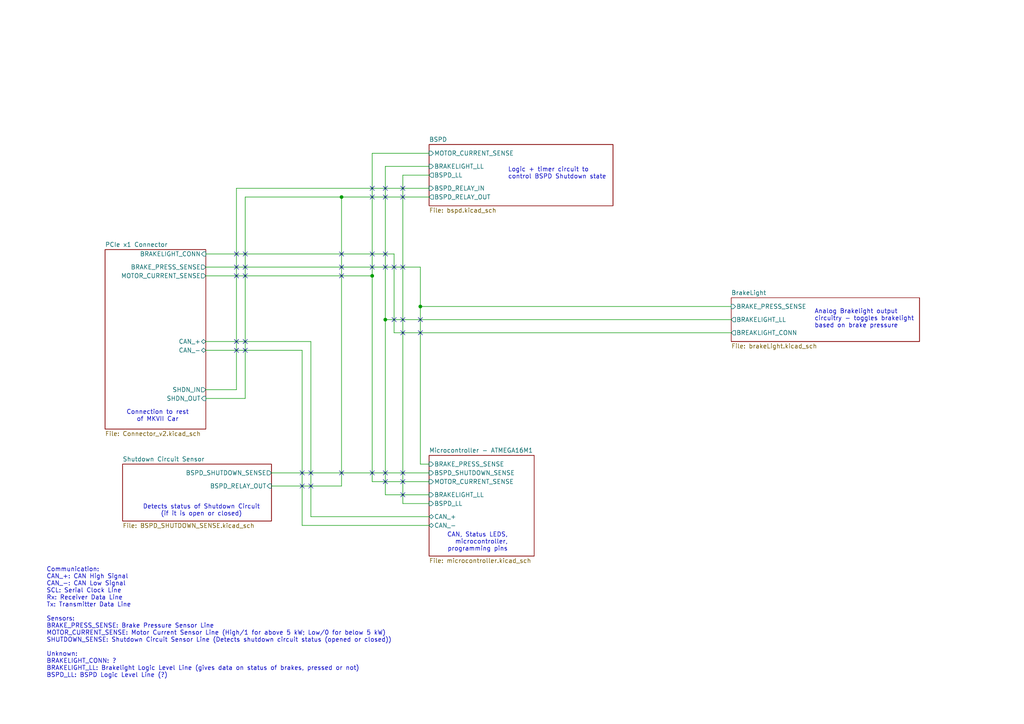
<source format=kicad_sch>
(kicad_sch
	(version 20231120)
	(generator "eeschema")
	(generator_version "8.0")
	(uuid "10f522c8-3a01-4239-b7df-a730ca32b367")
	(paper "A4")
	(title_block
		(title "BSPD - Top Level View")
		(date "2024-10-23")
		(rev "2")
		(company "Olin Electric Motorsports")
		(comment 1 "Rev. by Henry Tejada Deras")
		(comment 2 "By Ian Walsh")
	)
	(lib_symbols)
	(junction
		(at 111.76 92.71)
		(diameter 0)
		(color 0 0 0 0)
		(uuid "0436f206-1899-464c-9fce-4c418749fa5a")
	)
	(junction
		(at 99.06 57.15)
		(diameter 0)
		(color 0 0 0 0)
		(uuid "2c57b3fc-f659-4349-b8a0-ad8b269accb0")
	)
	(junction
		(at 107.95 80.01)
		(diameter 0)
		(color 0 0 0 0)
		(uuid "e85115c1-dc6e-4058-a00e-6c1c953f8fbc")
	)
	(junction
		(at 121.92 88.9)
		(diameter 0)
		(color 0 0 0 0)
		(uuid "ee969d06-4717-49da-b7fb-8bbc84ffa8ba")
	)
	(no_connect
		(at 99.06 137.16)
		(uuid "089212c1-b059-44bc-8dd5-3fe8a0472b88")
	)
	(no_connect
		(at 116.84 77.47)
		(uuid "0993d438-c06f-4286-8f7d-c2558b6fb330")
	)
	(no_connect
		(at 90.17 140.97)
		(uuid "3336dac7-9e20-44da-893c-66cfcf55f1d5")
	)
	(no_connect
		(at 111.76 54.61)
		(uuid "40421710-4632-4666-aeb5-f895c108d841")
	)
	(no_connect
		(at 68.58 80.01)
		(uuid "41a7d39b-88cd-4a48-a47d-4d80ba20eaae")
	)
	(no_connect
		(at 111.76 139.7)
		(uuid "43ae2cd9-8ebf-4ebc-adeb-4a919b560b2d")
	)
	(no_connect
		(at 71.12 99.06)
		(uuid "45d195c6-4f5e-44bb-ad5f-7bdb7cf7383a")
	)
	(no_connect
		(at 99.06 73.66)
		(uuid "4d9db94a-a120-4e2d-96ce-d057981697a2")
	)
	(no_connect
		(at 116.84 137.16)
		(uuid "4fd11d3d-915e-4c8b-a9c3-bea9a4a096e1")
	)
	(no_connect
		(at 68.58 101.6)
		(uuid "5092527d-c4d4-49a6-b900-9a53f793df72")
	)
	(no_connect
		(at 107.95 57.15)
		(uuid "511ca9cf-265d-47a7-9148-b309b98ee65a")
	)
	(no_connect
		(at 90.17 137.16)
		(uuid "535a613b-c1c5-41d3-9892-33b3b4c06b01")
	)
	(no_connect
		(at 116.84 92.71)
		(uuid "5c34b72c-9396-42cf-a958-a9cad025aae9")
	)
	(no_connect
		(at 107.95 137.16)
		(uuid "5daf4f02-884b-401b-96ca-9d58935799f5")
	)
	(no_connect
		(at 71.12 77.47)
		(uuid "68c5e68a-1161-4971-b41d-ff594fbb2355")
	)
	(no_connect
		(at 116.84 139.7)
		(uuid "6a355314-a35c-462e-bc8e-ba853af461aa")
	)
	(no_connect
		(at 111.76 77.47)
		(uuid "6d74f074-8ea5-4374-8b47-830327ff0dd9")
	)
	(no_connect
		(at 116.84 143.51)
		(uuid "763dbe67-3c79-4f1f-968e-8b6c53d9ddeb")
	)
	(no_connect
		(at 71.12 80.01)
		(uuid "7647dcd6-93ee-4458-9b39-8e85a2e120c5")
	)
	(no_connect
		(at 71.12 73.66)
		(uuid "79fac3bb-bb2b-4596-b0ba-8b8a08149a34")
	)
	(no_connect
		(at 116.84 96.52)
		(uuid "7c17b077-caa3-411c-8f20-62a278582c9a")
	)
	(no_connect
		(at 116.84 54.61)
		(uuid "7c2ff380-c30d-4e83-a3fd-4644ee61d1b0")
	)
	(no_connect
		(at 68.58 73.66)
		(uuid "8668aadc-ad26-4aec-a380-57dde6519f64")
	)
	(no_connect
		(at 71.12 101.6)
		(uuid "92bcd61f-52ac-4e8e-ae4b-0ede0b481cce")
	)
	(no_connect
		(at 121.92 92.71)
		(uuid "a026fa9a-4d35-4a7d-ba82-71f5adce96f6")
	)
	(no_connect
		(at 68.58 77.47)
		(uuid "a187f36e-52b7-4aff-b899-0d17c28cb715")
	)
	(no_connect
		(at 68.58 99.06)
		(uuid "a8421015-6503-48df-9780-3ddf8bbcb2a9")
	)
	(no_connect
		(at 111.76 73.66)
		(uuid "a9611d84-642f-4d91-a025-3edc745fb54f")
	)
	(no_connect
		(at 87.63 140.97)
		(uuid "ac451b9c-b750-491d-bf8f-36e0ac9a5064")
	)
	(no_connect
		(at 111.76 137.16)
		(uuid "ba882f8f-a150-4481-8f47-4bc6bd21f226")
	)
	(no_connect
		(at 111.76 57.15)
		(uuid "bbec6254-291a-407b-9cd0-6439c3a276f5")
	)
	(no_connect
		(at 107.95 77.47)
		(uuid "bf2f1fa4-bda6-48c3-9ebc-87abe7fe173a")
	)
	(no_connect
		(at 99.06 77.47)
		(uuid "c362cd26-a41d-4d90-8762-1295063371a1")
	)
	(no_connect
		(at 116.84 57.15)
		(uuid "d8fd2b31-8a43-493f-8f61-b95c714341d2")
	)
	(no_connect
		(at 107.95 54.61)
		(uuid "dba05b2e-e4cc-4af9-8c2f-068a8f33d3e3")
	)
	(no_connect
		(at 99.06 80.01)
		(uuid "e1013856-4832-4cc2-ae09-94c17ef103ec")
	)
	(no_connect
		(at 114.3 92.71)
		(uuid "e401ef8d-2961-4cc6-beea-a266e923cbc6")
	)
	(no_connect
		(at 114.3 77.47)
		(uuid "e8a7cf35-6610-4f4a-b792-4bade3b663b1")
	)
	(no_connect
		(at 107.95 73.66)
		(uuid "f20d64f3-fb11-454b-b901-ef96b12eb0da")
	)
	(no_connect
		(at 87.63 137.16)
		(uuid "f3fb0687-930e-438d-8312-773cff415a42")
	)
	(no_connect
		(at 121.92 96.52)
		(uuid "f9ce6c3e-7680-4022-8f55-99de3ae46096")
	)
	(wire
		(pts
			(xy 124.46 50.8) (xy 116.84 50.8)
		)
		(stroke
			(width 0)
			(type default)
		)
		(uuid "112c0252-45ff-4110-8051-8868660d283a")
	)
	(wire
		(pts
			(xy 59.69 73.66) (xy 114.3 73.66)
		)
		(stroke
			(width 0)
			(type default)
		)
		(uuid "16db8eca-d3df-4674-8e83-b10b12a3beed")
	)
	(wire
		(pts
			(xy 59.69 113.03) (xy 68.58 113.03)
		)
		(stroke
			(width 0)
			(type default)
		)
		(uuid "24293dcf-7248-4fea-9bf8-395e1a254324")
	)
	(wire
		(pts
			(xy 99.06 57.15) (xy 99.06 140.97)
		)
		(stroke
			(width 0)
			(type default)
		)
		(uuid "26930ff2-1dae-4471-ad97-23577c80cba7")
	)
	(wire
		(pts
			(xy 124.46 152.4) (xy 87.63 152.4)
		)
		(stroke
			(width 0)
			(type default)
		)
		(uuid "283784d7-4948-4a8f-82a3-6ae79ed89fb9")
	)
	(wire
		(pts
			(xy 59.69 99.06) (xy 90.17 99.06)
		)
		(stroke
			(width 0)
			(type default)
		)
		(uuid "30fb170d-7fa2-42cb-be77-79622d6a747e")
	)
	(wire
		(pts
			(xy 71.12 57.15) (xy 99.06 57.15)
		)
		(stroke
			(width 0)
			(type default)
		)
		(uuid "32b56915-9770-4b11-b400-e9b2e44474dc")
	)
	(wire
		(pts
			(xy 121.92 134.62) (xy 121.92 88.9)
		)
		(stroke
			(width 0)
			(type default)
		)
		(uuid "3830f15b-086a-4d55-9aa5-765d7c2aa795")
	)
	(wire
		(pts
			(xy 107.95 139.7) (xy 107.95 80.01)
		)
		(stroke
			(width 0)
			(type default)
		)
		(uuid "54457ec7-62f0-41b8-8d7c-7767ca2f1e85")
	)
	(wire
		(pts
			(xy 68.58 113.03) (xy 68.58 54.61)
		)
		(stroke
			(width 0)
			(type default)
		)
		(uuid "5863f150-c774-4803-a7a9-19ca37a25604")
	)
	(wire
		(pts
			(xy 111.76 143.51) (xy 111.76 92.71)
		)
		(stroke
			(width 0)
			(type default)
		)
		(uuid "5ce83bd3-fd10-4adf-887e-14b6d498273c")
	)
	(wire
		(pts
			(xy 107.95 44.45) (xy 124.46 44.45)
		)
		(stroke
			(width 0)
			(type default)
		)
		(uuid "5d3908ae-a566-4bf5-81b6-e09f896f2271")
	)
	(wire
		(pts
			(xy 114.3 73.66) (xy 114.3 96.52)
		)
		(stroke
			(width 0)
			(type default)
		)
		(uuid "5e7573d4-fc43-4e6f-b064-b396a6b01f01")
	)
	(wire
		(pts
			(xy 99.06 57.15) (xy 124.46 57.15)
		)
		(stroke
			(width 0)
			(type default)
		)
		(uuid "5f457139-8d0f-4001-b636-1816d1db4b49")
	)
	(wire
		(pts
			(xy 59.69 101.6) (xy 87.63 101.6)
		)
		(stroke
			(width 0)
			(type default)
		)
		(uuid "6417a17f-4c64-401a-b1da-ddd53a737fb3")
	)
	(wire
		(pts
			(xy 114.3 96.52) (xy 212.09 96.52)
		)
		(stroke
			(width 0)
			(type default)
		)
		(uuid "7c2ef978-0566-4eb0-851f-9d3f1e708838")
	)
	(wire
		(pts
			(xy 78.74 137.16) (xy 124.46 137.16)
		)
		(stroke
			(width 0)
			(type default)
		)
		(uuid "8d53954d-269f-48f2-8572-5ceecbd9bf0a")
	)
	(wire
		(pts
			(xy 124.46 134.62) (xy 121.92 134.62)
		)
		(stroke
			(width 0)
			(type default)
		)
		(uuid "9900543c-752a-490a-8668-f6dc7b59a346")
	)
	(wire
		(pts
			(xy 116.84 146.05) (xy 124.46 146.05)
		)
		(stroke
			(width 0)
			(type default)
		)
		(uuid "99eb5d82-4a41-42aa-8821-a0dd8bc72352")
	)
	(wire
		(pts
			(xy 124.46 139.7) (xy 107.95 139.7)
		)
		(stroke
			(width 0)
			(type default)
		)
		(uuid "9c57a063-3206-4c9a-a630-d6c2d5315b43")
	)
	(wire
		(pts
			(xy 78.74 140.97) (xy 99.06 140.97)
		)
		(stroke
			(width 0)
			(type default)
		)
		(uuid "a6061173-ce50-4666-bf2f-6abe0a6ddb56")
	)
	(wire
		(pts
			(xy 59.69 115.57) (xy 71.12 115.57)
		)
		(stroke
			(width 0)
			(type default)
		)
		(uuid "af49d981-f006-4543-98a9-3e58e12b9979")
	)
	(wire
		(pts
			(xy 111.76 48.26) (xy 124.46 48.26)
		)
		(stroke
			(width 0)
			(type default)
		)
		(uuid "b9a3db2c-12ce-401b-bc30-7403c129745f")
	)
	(wire
		(pts
			(xy 87.63 152.4) (xy 87.63 101.6)
		)
		(stroke
			(width 0)
			(type default)
		)
		(uuid "c02011ca-7892-4400-9c4c-a82026fdbb2d")
	)
	(wire
		(pts
			(xy 90.17 149.86) (xy 124.46 149.86)
		)
		(stroke
			(width 0)
			(type default)
		)
		(uuid "c7e67978-0cea-4364-af91-b6d01332e86f")
	)
	(wire
		(pts
			(xy 116.84 50.8) (xy 116.84 146.05)
		)
		(stroke
			(width 0)
			(type default)
		)
		(uuid "cd14493a-c473-49a8-8f62-f1d2efa51078")
	)
	(wire
		(pts
			(xy 68.58 54.61) (xy 124.46 54.61)
		)
		(stroke
			(width 0)
			(type default)
		)
		(uuid "d3e44db9-4918-47fa-9e0e-dac5745849fc")
	)
	(wire
		(pts
			(xy 90.17 99.06) (xy 90.17 149.86)
		)
		(stroke
			(width 0)
			(type default)
		)
		(uuid "ded6973f-8dc2-4884-a91c-8d35b58e30b9")
	)
	(wire
		(pts
			(xy 107.95 44.45) (xy 107.95 80.01)
		)
		(stroke
			(width 0)
			(type default)
		)
		(uuid "dfcfaf5a-6b45-4426-9c24-7faa2fe3cafb")
	)
	(wire
		(pts
			(xy 111.76 92.71) (xy 111.76 48.26)
		)
		(stroke
			(width 0)
			(type default)
		)
		(uuid "e7e589fd-ae8b-45d8-a352-99c1537343f8")
	)
	(wire
		(pts
			(xy 121.92 88.9) (xy 212.09 88.9)
		)
		(stroke
			(width 0)
			(type default)
		)
		(uuid "e7ee5172-b85d-4b98-8a57-f3422bd11441")
	)
	(wire
		(pts
			(xy 59.69 77.47) (xy 121.92 77.47)
		)
		(stroke
			(width 0)
			(type default)
		)
		(uuid "ea587fcb-b2b0-410e-8059-ce9602cb2596")
	)
	(wire
		(pts
			(xy 121.92 77.47) (xy 121.92 88.9)
		)
		(stroke
			(width 0)
			(type default)
		)
		(uuid "f1cb34ea-2dd3-43b9-a5a8-e59d6fe919ff")
	)
	(wire
		(pts
			(xy 59.69 80.01) (xy 107.95 80.01)
		)
		(stroke
			(width 0)
			(type default)
		)
		(uuid "f441321a-1b20-4380-b14d-d913eb021223")
	)
	(wire
		(pts
			(xy 111.76 92.71) (xy 212.09 92.71)
		)
		(stroke
			(width 0)
			(type default)
		)
		(uuid "f51e063f-5f9c-4050-b8d2-e433f8729a7d")
	)
	(wire
		(pts
			(xy 124.46 143.51) (xy 111.76 143.51)
		)
		(stroke
			(width 0)
			(type default)
		)
		(uuid "f59efd31-902e-4dea-9bc9-4fcc9a517ae9")
	)
	(wire
		(pts
			(xy 71.12 115.57) (xy 71.12 57.15)
		)
		(stroke
			(width 0)
			(type default)
		)
		(uuid "fe1c84e1-0e4d-413b-9415-35fa26d71420")
	)
	(text "Communication:\nCAN_+: CAN High Signal\nCAN_-: CAN Low Signal\nSCL: Serial Clock Line	\nRx: Receiver Data Line\nTx: Transmitter Data Line\n\nSensors:\nBRAKE_PRESS_SENSE: Brake Pressure Sensor Line\nMOTOR_CURRENT_SENSE: Motor Current Sensor Line (High/1 for above 5 kW; Low/0 for below 5 kW)\nSHUTDOWN_SENSE: Shutdown Circuit Sensor Line (Detects shutdown circuit status (opened or closed))\n\nUnknown:\nBRAKELIGHT_CONN: ?\nBRAKELIGHT_LL: Brakelight Logic Level Line (gives data on status of brakes, pressed or not)\nBSPD_LL: BSPD Logic Level Line (?)"
		(exclude_from_sim no)
		(at 13.462 180.594 0)
		(effects
			(font
				(size 1.27 1.27)
			)
			(justify left)
		)
		(uuid "4012ac0c-b24e-43ef-b8a2-1d870cf527ea")
	)
	(text "Logic + timer circuit to\ncontrol BSPD Shutdown state"
		(exclude_from_sim no)
		(at 147.32 52.07 0)
		(effects
			(font
				(size 1.27 1.27)
			)
			(justify left bottom)
		)
		(uuid "531daa7d-8c35-4ce2-b848-a2018d7efd5b")
	)
	(text "Analog Brakelight output\ncircuitry - toggles brakelight\nbased on brake pressure"
		(exclude_from_sim no)
		(at 236.22 95.25 0)
		(effects
			(font
				(size 1.27 1.27)
			)
			(justify left bottom)
		)
		(uuid "5f47dac9-57ee-4f09-b956-03f248610671")
	)
	(text "Detects status of Shutdown Circuit\n(if it is open or closed)"
		(exclude_from_sim no)
		(at 58.42 148.082 0)
		(effects
			(font
				(size 1.27 1.27)
			)
		)
		(uuid "83417e49-e282-4f84-a10e-29e990362459")
	)
	(text "Connection to rest\nof MKVII Car"
		(exclude_from_sim no)
		(at 45.72 120.65 0)
		(effects
			(font
				(size 1.27 1.27)
			)
		)
		(uuid "835507f6-7194-4415-b6fe-ff7ae6103f9f")
	)
	(text "CAN, Status LEDS,\nmicrocontroller,\nprogramming pins"
		(exclude_from_sim no)
		(at 147.32 160.02 0)
		(effects
			(font
				(size 1.27 1.27)
			)
			(justify right bottom)
		)
		(uuid "c9aa6468-1140-44ad-bc28-026683e161fe")
	)
	(sheet
		(at 124.46 132.08)
		(size 30.48 29.21)
		(fields_autoplaced yes)
		(stroke
			(width 0.1524)
			(type solid)
		)
		(fill
			(color 0 0 0 0.0000)
		)
		(uuid "063f9baa-9e7f-4e30-8189-9b7cdc546808")
		(property "Sheetname" "Microcontroller - ATMEGA16M1"
			(at 124.46 131.3684 0)
			(effects
				(font
					(size 1.27 1.27)
				)
				(justify left bottom)
			)
		)
		(property "Sheetfile" "microcontroller.kicad_sch"
			(at 124.46 161.8746 0)
			(effects
				(font
					(size 1.27 1.27)
				)
				(justify left top)
			)
		)
		(pin "BRAKE_PRESS_SENSE" input
			(at 124.46 134.62 180)
			(effects
				(font
					(size 1.27 1.27)
				)
				(justify left)
			)
			(uuid "89e10852-853f-4726-8454-f9c0c8eecbd7")
		)
		(pin "CAN_+" bidirectional
			(at 124.46 149.86 180)
			(effects
				(font
					(size 1.27 1.27)
				)
				(justify left)
			)
			(uuid "577c8a5c-065c-46aa-ad00-f89038ed0274")
		)
		(pin "CAN_-" bidirectional
			(at 124.46 152.4 180)
			(effects
				(font
					(size 1.27 1.27)
				)
				(justify left)
			)
			(uuid "804092cd-7ef0-4c7f-9c04-a7e49aa8da7d")
		)
		(pin "BRAKELIGHT_LL" input
			(at 124.46 143.51 180)
			(effects
				(font
					(size 1.27 1.27)
				)
				(justify left)
			)
			(uuid "0f94ab61-4326-4fac-9bcf-3250db1d2d30")
		)
		(pin "BSPD_LL" input
			(at 124.46 146.05 180)
			(effects
				(font
					(size 1.27 1.27)
				)
				(justify left)
			)
			(uuid "54cc83bd-1470-4841-8a1d-6f982282c5cb")
		)
		(pin "MOTOR_CURRENT_SENSE" input
			(at 124.46 139.7 180)
			(effects
				(font
					(size 1.27 1.27)
				)
				(justify left)
			)
			(uuid "0c09eb30-afbf-4b72-88f8-6f1f94ca42cb")
		)
		(pin "BSPD_SHUTDOWN_SENSE" input
			(at 124.46 137.16 180)
			(effects
				(font
					(size 1.27 1.27)
				)
				(justify left)
			)
			(uuid "68e876ba-d1bf-48ce-a5fb-419294eddfcd")
		)
		(instances
			(project "brakes"
				(path "/10f522c8-3a01-4239-b7df-a730ca32b367"
					(page "4")
				)
			)
		)
	)
	(sheet
		(at 212.09 86.36)
		(size 54.61 12.7)
		(fields_autoplaced yes)
		(stroke
			(width 0.1524)
			(type solid)
		)
		(fill
			(color 0 0 0 0.0000)
		)
		(uuid "339fb11c-fad1-47d9-b52d-da4ae2419b11")
		(property "Sheetname" "BrakeLight"
			(at 212.09 85.6484 0)
			(effects
				(font
					(size 1.27 1.27)
				)
				(justify left bottom)
			)
		)
		(property "Sheetfile" "brakeLight.kicad_sch"
			(at 212.09 99.6446 0)
			(effects
				(font
					(size 1.27 1.27)
				)
				(justify left top)
			)
		)
		(pin "BRAKELIGHT_LL" output
			(at 212.09 92.71 180)
			(effects
				(font
					(size 1.27 1.27)
				)
				(justify left)
			)
			(uuid "2090578c-5b05-4de9-88ba-f7bf37dd4496")
		)
		(pin "BREAKLIGHT_CONN" output
			(at 212.09 96.52 180)
			(effects
				(font
					(size 1.27 1.27)
				)
				(justify left)
			)
			(uuid "43b7e678-1126-4f82-8981-4b1de1d2472d")
		)
		(pin "BRAKE_PRESS_SENSE" input
			(at 212.09 88.9 180)
			(effects
				(font
					(size 1.27 1.27)
				)
				(justify left)
			)
			(uuid "99384850-b06e-489a-b7be-8601d9f19f89")
		)
		(instances
			(project "brakes"
				(path "/10f522c8-3a01-4239-b7df-a730ca32b367"
					(page "5")
				)
			)
		)
	)
	(sheet
		(at 30.48 72.39)
		(size 29.21 52.07)
		(fields_autoplaced yes)
		(stroke
			(width 0.1524)
			(type solid)
		)
		(fill
			(color 0 0 0 0.0000)
		)
		(uuid "875aabfb-3c91-4011-8240-4af05d59512e")
		(property "Sheetname" "PCIe x1 Connector"
			(at 30.48 71.6784 0)
			(effects
				(font
					(size 1.27 1.27)
				)
				(justify left bottom)
			)
		)
		(property "Sheetfile" "Connector_v2.kicad_sch"
			(at 30.48 125.0446 0)
			(effects
				(font
					(size 1.27 1.27)
				)
				(justify left top)
			)
		)
		(pin "BRAKELIGHT_CONN" input
			(at 59.69 73.66 0)
			(effects
				(font
					(size 1.27 1.27)
				)
				(justify right)
			)
			(uuid "3483c6cc-7fe8-49cb-a8e7-1224b0748d61")
		)
		(pin "MOTOR_CURRENT_SENSE" output
			(at 59.69 80.01 0)
			(effects
				(font
					(size 1.27 1.27)
				)
				(justify right)
			)
			(uuid "4b09d697-8219-49aa-86fe-e1ca044cc77d")
		)
		(pin "BRAKE_PRESS_SENSE" output
			(at 59.69 77.47 0)
			(effects
				(font
					(size 1.27 1.27)
				)
				(justify right)
			)
			(uuid "bda200d6-44f9-478c-a91b-b6df4a337ba5")
		)
		(pin "CAN_-" bidirectional
			(at 59.69 101.6 0)
			(effects
				(font
					(size 1.27 1.27)
				)
				(justify right)
			)
			(uuid "b2385667-eb26-47e0-8187-4439b834ec29")
		)
		(pin "CAN_+" bidirectional
			(at 59.69 99.06 0)
			(effects
				(font
					(size 1.27 1.27)
				)
				(justify right)
			)
			(uuid "daa5d098-0f9f-4425-9669-9077192fac0c")
		)
		(pin "SHDN_IN" output
			(at 59.69 113.03 0)
			(effects
				(font
					(size 1.27 1.27)
				)
				(justify right)
			)
			(uuid "555f047c-7638-411b-87f8-1af8c142e9fd")
		)
		(pin "SHDN_OUT" input
			(at 59.69 115.57 0)
			(effects
				(font
					(size 1.27 1.27)
				)
				(justify right)
			)
			(uuid "4e0884a6-e9e6-42a3-a49e-8a6983d959c7")
		)
		(instances
			(project "brakes"
				(path "/10f522c8-3a01-4239-b7df-a730ca32b367"
					(page "2")
				)
			)
		)
	)
	(sheet
		(at 35.56 134.62)
		(size 43.18 16.51)
		(fields_autoplaced yes)
		(stroke
			(width 0.1524)
			(type solid)
		)
		(fill
			(color 0 0 0 0.0000)
		)
		(uuid "a2c9f25f-a652-4544-9a9b-60978dcb4210")
		(property "Sheetname" "Shutdown Circuit Sensor"
			(at 35.56 133.9084 0)
			(effects
				(font
					(size 1.27 1.27)
				)
				(justify left bottom)
			)
		)
		(property "Sheetfile" "BSPD_SHUTDOWN_SENSE.kicad_sch"
			(at 35.56 151.7146 0)
			(effects
				(font
					(size 1.27 1.27)
				)
				(justify left top)
			)
		)
		(pin "BSPD_RELAY_OUT" input
			(at 78.74 140.97 0)
			(effects
				(font
					(size 1.27 1.27)
				)
				(justify right)
			)
			(uuid "3eff9611-4345-4a9b-b215-60df1316b85c")
		)
		(pin "BSPD_SHUTDOWN_SENSE" output
			(at 78.74 137.16 0)
			(effects
				(font
					(size 1.27 1.27)
				)
				(justify right)
			)
			(uuid "cbbc6104-d3d7-48de-b4a8-91cf232c991f")
		)
		(instances
			(project "brakes"
				(path "/10f522c8-3a01-4239-b7df-a730ca32b367"
					(page "6")
				)
			)
		)
	)
	(sheet
		(at 124.46 41.91)
		(size 53.34 17.78)
		(fields_autoplaced yes)
		(stroke
			(width 0.1524)
			(type solid)
		)
		(fill
			(color 0 0 0 0.0000)
		)
		(uuid "e279e344-9058-4851-bdde-ca605e652c75")
		(property "Sheetname" "BSPD"
			(at 124.46 41.1984 0)
			(effects
				(font
					(size 1.27 1.27)
				)
				(justify left bottom)
			)
		)
		(property "Sheetfile" "bspd.kicad_sch"
			(at 124.46 60.2746 0)
			(effects
				(font
					(size 1.27 1.27)
				)
				(justify left top)
			)
		)
		(pin "BSPD_RELAY_OUT" output
			(at 124.46 57.15 180)
			(effects
				(font
					(size 1.27 1.27)
				)
				(justify left)
			)
			(uuid "71a892a9-13ee-49be-a68e-bf7b9f7ab39d")
		)
		(pin "BSPD_RELAY_IN" input
			(at 124.46 54.61 180)
			(effects
				(font
					(size 1.27 1.27)
				)
				(justify left)
			)
			(uuid "7ee90a78-b42d-4a85-857f-d46b5b1b1035")
		)
		(pin "MOTOR_CURRENT_SENSE" input
			(at 124.46 44.45 180)
			(effects
				(font
					(size 1.27 1.27)
				)
				(justify left)
			)
			(uuid "f7195f94-511c-4ab2-8c5b-02d7cc3b97c0")
		)
		(pin "BRAKELIGHT_LL" input
			(at 124.46 48.26 180)
			(effects
				(font
					(size 1.27 1.27)
				)
				(justify left)
			)
			(uuid "561999df-370e-4a00-acbf-010a3c993e3b")
		)
		(pin "BSPD_LL" output
			(at 124.46 50.8 180)
			(effects
				(font
					(size 1.27 1.27)
				)
				(justify left)
			)
			(uuid "db7d5d52-d106-425e-90b2-6a92b28ba3ee")
		)
		(instances
			(project "brakes"
				(path "/10f522c8-3a01-4239-b7df-a730ca32b367"
					(page "3")
				)
			)
		)
	)
	(sheet_instances
		(path "/"
			(page "1")
		)
	)
)

</source>
